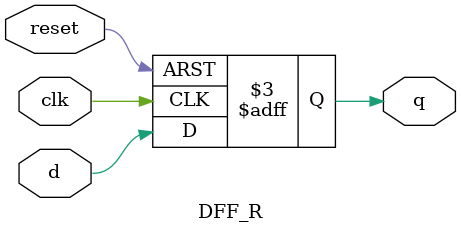
<source format=v>
module DFF_R(clk, reset, d, q);
    input clk, reset, d;
    output q;
    reg q;

    always @(posedge clk or negedge reset)
        if (!reset) q <= 0;
        else q <= d;
endmodule
</source>
